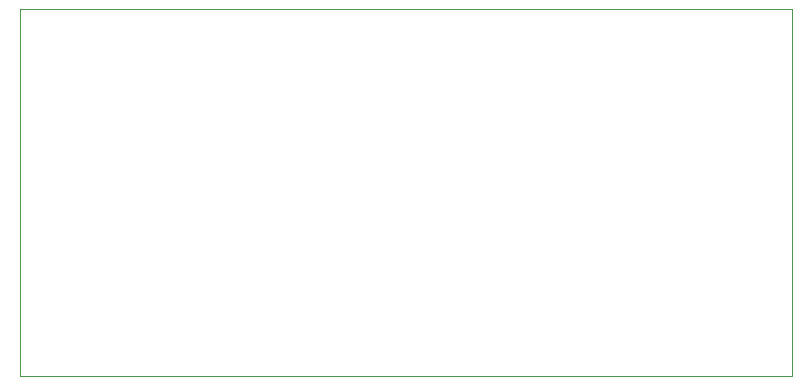
<source format=gbr>
G04 #@! TF.GenerationSoftware,KiCad,Pcbnew,(5.1.2)-2*
G04 #@! TF.CreationDate,2019-07-06T17:28:44+08:00*
G04 #@! TF.ProjectId,ADA4522,41444134-3532-4322-9e6b-696361645f70,rev?*
G04 #@! TF.SameCoordinates,Original*
G04 #@! TF.FileFunction,Profile,NP*
%FSLAX46Y46*%
G04 Gerber Fmt 4.6, Leading zero omitted, Abs format (unit mm)*
G04 Created by KiCad (PCBNEW (5.1.2)-2) date 2019-07-06 17:28:44*
%MOMM*%
%LPD*%
G04 APERTURE LIST*
%ADD10C,0.050000*%
G04 APERTURE END LIST*
D10*
X114935000Y-97790000D02*
X114935000Y-97155000D01*
X180340000Y-97155000D02*
X180340000Y-97790000D01*
X180340000Y-66675000D02*
X180340000Y-67310000D01*
X114935000Y-67310000D02*
X114935000Y-66675000D01*
X180340000Y-66675000D02*
X114935000Y-66675000D01*
X180340000Y-97155000D02*
X180340000Y-67310000D01*
X114935000Y-97790000D02*
X180340000Y-97790000D01*
X114935000Y-67310000D02*
X114935000Y-97155000D01*
M02*

</source>
